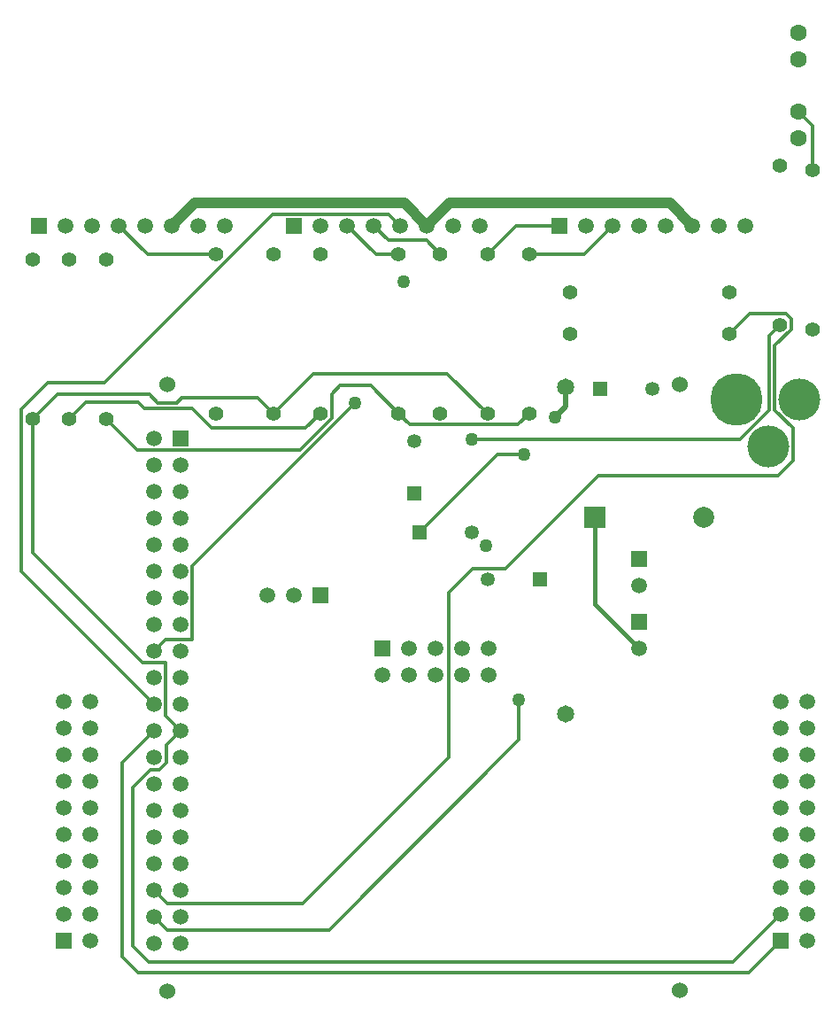
<source format=gbr>
G04 Layer_Physical_Order=4*
G04 Layer_Color=16711680*
%FSLAX45Y45*%
%MOMM*%
%TF.FileFunction,Copper,L4,Bot,Signal*%
%TF.Part,Single*%
G01*
G75*
%TA.AperFunction,Conductor*%
%ADD12C,0.40000*%
%ADD13C,1.00000*%
%ADD14C,0.30480*%
%ADD15C,0.50000*%
%TA.AperFunction,ComponentPad*%
%ADD17C,5.00000*%
%ADD18C,4.00000*%
%ADD19C,1.50000*%
%ADD20R,1.50000X1.50000*%
%ADD21C,1.40000*%
%ADD22R,1.35000X1.35000*%
%ADD23C,1.35000*%
%TA.AperFunction,ViaPad*%
%ADD24C,1.52400*%
%TA.AperFunction,ComponentPad*%
%ADD25R,1.50000X1.50000*%
%ADD26R,1.35000X1.35000*%
%ADD27R,2.00000X2.00000*%
%ADD28C,2.00000*%
%ADD29C,1.65000*%
%ADD30C,1.60000*%
%TA.AperFunction,ViaPad*%
%ADD31C,1.27000*%
D12*
X11327002Y9568997D02*
X11749998Y9146001D01*
X11327002Y9568997D02*
Y10400000D01*
D13*
X7284496Y13184302D02*
X7500195Y13400000D01*
X9507198D01*
X9722896Y13184302D01*
X9938595Y13400000D01*
X12047198D01*
X12262896Y13184302D01*
D14*
X10600000Y8268280D02*
Y8650000D01*
X8783320Y6451600D02*
X10600000Y8268280D01*
X12801601Y6045200D02*
X13106400Y6350000D01*
X6959600Y6045200D02*
X12801601D01*
X6807200Y6197600D02*
X6959600Y6045200D01*
X6807200Y6197600D02*
Y8051800D01*
X7112000Y8356600D01*
X7232320Y8222920D02*
X7366000Y8356600D01*
X7232320Y8052760D02*
Y8222920D01*
X7161840Y7982280D02*
X7232320Y8052760D01*
X7075521Y7982280D02*
X7161840D01*
X6908800Y7815560D02*
X7075521Y7982280D01*
X6908800Y6299200D02*
Y7815560D01*
Y6299200D02*
X7061200Y6146800D01*
X12649200D01*
X13106400Y6604000D01*
X10594680Y11282680D02*
X10699999Y11387999D01*
X9555317Y11282680D02*
X10594680D01*
X9449999Y11387999D02*
X9555317Y11282680D01*
X8250001Y11387999D02*
X8632363Y11770360D01*
X9917638D01*
X10300000Y11387999D01*
X8101320Y11536680D02*
X8250001Y11387999D01*
X7373620Y11536680D02*
X8101320D01*
X7327199Y11490259D02*
X7373620Y11536680D01*
X7148261Y11490259D02*
X7327199D01*
X7066280Y11572240D02*
X7148261Y11490259D01*
X5950001Y11337996D02*
X6184245Y11572240D01*
X7015780Y11439779D02*
X7473061D01*
X7048800Y12912000D02*
X7700000D01*
X6776496Y13184302D02*
X7048800Y12912000D01*
X11228593D02*
X11500896Y13184302D01*
X10699999Y12912000D02*
X11228593D01*
X10300000D02*
X10572303Y13184302D01*
X10992896D01*
X8960896D02*
X9233200Y12912000D01*
X9449999D01*
X7223760Y8498840D02*
X7366000Y8356600D01*
X7223760Y8498840D02*
Y9006840D01*
X7000240D02*
X7223760D01*
X5950001Y10057079D02*
X7000240Y9006840D01*
X5950001Y10057079D02*
Y11337996D01*
X7477760Y9933940D02*
X9029700Y11485880D01*
X7477760Y9230360D02*
Y9933940D01*
X7223760Y9230360D02*
X7477760D01*
X7112000Y9118600D02*
X7223760Y9230360D01*
X10150500Y11140440D02*
X12717750D01*
X7112000Y6578600D02*
X7239000Y6451600D01*
X8783320D01*
X13047980Y11424686D02*
X13220700Y11251966D01*
Y10937240D02*
Y11251966D01*
X13078461Y10795000D02*
X13220700Y10937240D01*
X11363960Y10795000D02*
X13078461D01*
X10472420Y9903460D02*
X11363960Y10795000D01*
X10160000Y9903460D02*
X10472420D01*
X9931400Y9674860D02*
X10160000Y9903460D01*
X9931400Y8102600D02*
Y9674860D01*
X8534400Y6705600D02*
X9931400Y8102600D01*
X7239000Y6705600D02*
X8534400D01*
X7112000Y6832600D02*
X7239000Y6705600D01*
X9358655Y13294543D02*
X9468896Y13184302D01*
X8247563Y13294543D02*
X9358655D01*
X6637020Y11684000D02*
X8247563Y13294543D01*
X6098540Y11684000D02*
X6637020D01*
X5844540Y11430000D02*
X6098540Y11684000D01*
X5844540Y9878060D02*
Y11430000D01*
Y9878060D02*
X7112000Y8610600D01*
X6649999Y11338001D02*
X6949161Y11038840D01*
X8506460D01*
X8808720Y11341100D01*
Y11574780D01*
X8890000Y11656060D01*
X9181937D01*
X9449999Y11387999D01*
X9716557Y13045441D02*
X9849998Y12912000D01*
X9353758Y13045441D02*
X9716557D01*
X9214896Y13184302D02*
X9353758Y13045441D01*
X6184245Y11572240D02*
X7066280D01*
X6300003Y11337996D02*
X6462007Y11500000D01*
X6955559D01*
X7015780Y11439779D01*
X7473061D02*
X7662840Y11250000D01*
X8561999D01*
X8699998Y11387999D01*
X9650000Y10249998D02*
X10400002Y11000000D01*
X10650000D01*
X13047980Y12037148D02*
X13205240Y12194408D01*
Y12293416D01*
X13155415Y12343240D02*
X13205240Y12293416D01*
X12805240Y12343240D02*
X13155415D01*
X12611999Y12149999D02*
X12805240Y12343240D01*
X13047980Y11424686D02*
Y12037148D01*
X12717750Y11140440D02*
X12997501Y11420191D01*
Y12135500D01*
X13099998Y12238000D01*
X13271500Y14275500D02*
X13411200Y14135802D01*
Y13716000D02*
Y14135802D01*
D15*
X10950000Y11350000D02*
X11052002Y11452002D01*
Y11640000D01*
D17*
X12684999Y11525001D02*
D03*
D18*
X13285004D02*
D03*
X12984998Y11074999D02*
D03*
D19*
X11749998Y9146001D02*
D03*
Y9746001D02*
D03*
X9296400Y8890000D02*
D03*
X9550400Y9144000D02*
D03*
Y8890000D02*
D03*
X9804400Y9144000D02*
D03*
Y8890000D02*
D03*
X10058400Y9144000D02*
D03*
Y8890000D02*
D03*
X10312400Y9144000D02*
D03*
Y8890000D02*
D03*
X12770896Y13184302D02*
D03*
X12516896D02*
D03*
X12262896D02*
D03*
X12008896D02*
D03*
X11754896D02*
D03*
X11500896D02*
D03*
X11246896D02*
D03*
X10230896D02*
D03*
X9976896D02*
D03*
X9722896D02*
D03*
X9468896D02*
D03*
X9214896D02*
D03*
X8960896D02*
D03*
X8706896D02*
D03*
X7792496D02*
D03*
X7538496D02*
D03*
X7284496D02*
D03*
X7030496D02*
D03*
X6776496D02*
D03*
X6522496D02*
D03*
X6268496D02*
D03*
X13360400Y6350000D02*
D03*
X13106400Y6604000D02*
D03*
X13360400D02*
D03*
X13106400Y6858000D02*
D03*
X13360400D02*
D03*
X13106400Y7112000D02*
D03*
X13360400D02*
D03*
X13106400Y7366000D02*
D03*
X13360400D02*
D03*
X13106400Y7620000D02*
D03*
X13360400D02*
D03*
X13106400Y7874000D02*
D03*
X13360400D02*
D03*
X13106400Y8128000D02*
D03*
X13360400D02*
D03*
X13106400Y8382000D02*
D03*
X13360400D02*
D03*
X13106400Y8636000D02*
D03*
X13360400D02*
D03*
X6502400Y6350000D02*
D03*
X6248400Y6604000D02*
D03*
X6502400D02*
D03*
X6248400Y6858000D02*
D03*
X6502400D02*
D03*
X6248400Y7112000D02*
D03*
X6502400D02*
D03*
X6248400Y7366000D02*
D03*
X6502400D02*
D03*
X6248400Y7620000D02*
D03*
X6502400D02*
D03*
X6248400Y7874000D02*
D03*
X6502400D02*
D03*
X6248400Y8128000D02*
D03*
X6502400D02*
D03*
X6248400Y8382000D02*
D03*
X6502400D02*
D03*
X6248400Y8636000D02*
D03*
X6502400D02*
D03*
X7112000Y11150600D02*
D03*
X7366000Y10896600D02*
D03*
X7112000D02*
D03*
X7366000Y10642600D02*
D03*
X7112000D02*
D03*
X7366000Y10388600D02*
D03*
X7112000D02*
D03*
X7366000Y10134600D02*
D03*
X7112000D02*
D03*
X7366000Y9880600D02*
D03*
X7112000D02*
D03*
X7366000Y9626600D02*
D03*
X7112000D02*
D03*
X7366000Y9372600D02*
D03*
X7112000D02*
D03*
X7366000Y9118600D02*
D03*
X7112000D02*
D03*
X7366000Y8864600D02*
D03*
X7112000D02*
D03*
X7366000Y8610600D02*
D03*
X7112000D02*
D03*
X7366000Y8356600D02*
D03*
X7112000D02*
D03*
X7366000Y8102600D02*
D03*
X7112000D02*
D03*
X7366000Y7848600D02*
D03*
X7112000D02*
D03*
X7366000Y7594600D02*
D03*
X7112000D02*
D03*
X7366000Y7340600D02*
D03*
X7112000D02*
D03*
X7366000Y7086600D02*
D03*
X7112000D02*
D03*
X7366000Y6832600D02*
D03*
X7112000D02*
D03*
X7366000Y6578600D02*
D03*
X7112000D02*
D03*
X7366000Y6324600D02*
D03*
X7112000D02*
D03*
X8192002Y9649998D02*
D03*
X8446002D02*
D03*
D20*
X11749998Y9400001D02*
D03*
Y10000001D02*
D03*
X13106400Y6350000D02*
D03*
X6248400D02*
D03*
X7366000Y11150600D02*
D03*
D21*
X13099998Y12238000D02*
D03*
Y13762000D02*
D03*
X5950001Y12861996D02*
D03*
Y11337996D02*
D03*
X6300003D02*
D03*
Y12861996D02*
D03*
X6649999Y12862001D02*
D03*
Y11338001D02*
D03*
X7700000Y11387999D02*
D03*
Y12912000D02*
D03*
X12611999Y12549998D02*
D03*
X11087999D02*
D03*
X12611999Y12149999D02*
D03*
X11087999D02*
D03*
X10300000Y12912000D02*
D03*
Y11387999D02*
D03*
X10699999Y12912000D02*
D03*
Y11387999D02*
D03*
X8699998D02*
D03*
Y12912000D02*
D03*
X9849998Y11387999D02*
D03*
Y12912000D02*
D03*
X8250001D02*
D03*
Y11387999D02*
D03*
X9449999Y12912000D02*
D03*
Y11387999D02*
D03*
X13411200Y12192000D02*
D03*
Y13716000D02*
D03*
D22*
X9600001Y10624998D02*
D03*
D23*
Y11125002D02*
D03*
X10300000Y9800001D02*
D03*
X10150004Y10249998D02*
D03*
X11875003Y11625001D02*
D03*
D24*
X12139000Y11662999D02*
D03*
X7239000Y5863001D02*
D03*
X12139000Y5871799D02*
D03*
X7239000Y11662999D02*
D03*
D25*
X9296400Y9144000D02*
D03*
X10992896Y13184302D02*
D03*
X8452896D02*
D03*
X6014496D02*
D03*
X8700002Y9649998D02*
D03*
D26*
X10800004Y9800001D02*
D03*
X9650000Y10249998D02*
D03*
X11374999Y11625001D02*
D03*
D27*
X11327002Y10400000D02*
D03*
D28*
X12373000D02*
D03*
D29*
X11052002Y11640000D02*
D03*
Y8520000D02*
D03*
D30*
X13271500Y14021501D02*
D03*
Y14275500D02*
D03*
X13273003Y15027000D02*
D03*
Y14773000D02*
D03*
D31*
X10950000Y11350000D02*
D03*
X10600000Y8650000D02*
D03*
X9500000Y12650000D02*
D03*
X10289540Y10129520D02*
D03*
X9029700Y11485880D02*
D03*
X10150500Y11140440D02*
D03*
X10650000Y11000000D02*
D03*
%TF.MD5,4DFBCCAAC123AF186FF3F2FDC450BF6D*%
M02*

</source>
